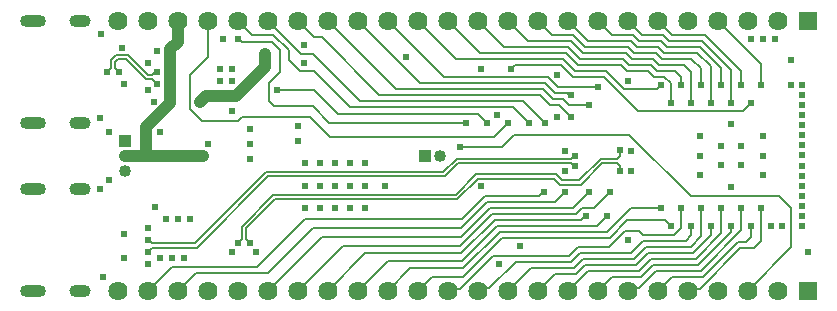
<source format=gbl>
G04*
G04 #@! TF.GenerationSoftware,Altium Limited,Altium Designer,24.1.2 (44)*
G04*
G04 Layer_Physical_Order=4*
G04 Layer_Color=16711680*
%FSLAX25Y25*%
%MOIN*%
G70*
G04*
G04 #@! TF.SameCoordinates,315B69A6-1E16-4325-8669-EC2AC127E6FB*
G04*
G04*
G04 #@! TF.FilePolarity,Positive*
G04*
G01*
G75*
%ADD11C,0.00600*%
G04:AMPARAMS|DCode=53|XSize=39.37mil|YSize=70.87mil|CornerRadius=19.68mil|HoleSize=0mil|Usage=FLASHONLY|Rotation=270.000|XOffset=0mil|YOffset=0mil|HoleType=Round|Shape=RoundedRectangle|*
%AMROUNDEDRECTD53*
21,1,0.03937,0.03150,0,0,270.0*
21,1,0.00000,0.07087,0,0,270.0*
1,1,0.03937,-0.01575,0.00000*
1,1,0.03937,-0.01575,0.00000*
1,1,0.03937,0.01575,0.00000*
1,1,0.03937,0.01575,0.00000*
%
%ADD53ROUNDEDRECTD53*%
G04:AMPARAMS|DCode=54|XSize=39.37mil|YSize=86.61mil|CornerRadius=19.68mil|HoleSize=0mil|Usage=FLASHONLY|Rotation=270.000|XOffset=0mil|YOffset=0mil|HoleType=Round|Shape=RoundedRectangle|*
%AMROUNDEDRECTD54*
21,1,0.03937,0.04724,0,0,270.0*
21,1,0.00000,0.08661,0,0,270.0*
1,1,0.03937,-0.02362,0.00000*
1,1,0.03937,-0.02362,0.00000*
1,1,0.03937,0.02362,0.00000*
1,1,0.03937,0.02362,0.00000*
%
%ADD54ROUNDEDRECTD54*%
%ADD63C,0.00603*%
%ADD64R,0.04000X0.04000*%
%ADD65C,0.04000*%
%ADD66R,0.06400X0.06400*%
%ADD67C,0.06400*%
%ADD68R,0.04000X0.04000*%
%ADD69C,0.02400*%
%ADD70C,0.04000*%
D11*
X100000Y66500D02*
X105500Y61000D01*
X85300Y68200D02*
X87000Y66500D01*
X100000D01*
X105500Y61000D02*
X151000D01*
X149554Y26000D02*
X158254Y34700D01*
X100000Y26000D02*
X149554D01*
X85000Y11000D02*
X100000Y26000D01*
X81500Y13000D02*
X97500Y29000D01*
X149726D02*
X157426Y36700D01*
X97500Y29000D02*
X149726D01*
X150196Y12500D02*
X162396Y24700D01*
X132500Y12500D02*
X150196D01*
X125000Y5000D02*
X132500Y12500D01*
X149868Y15000D02*
X161568Y26700D01*
X125000Y15000D02*
X149868D01*
X115000Y5000D02*
X125000Y15000D01*
X117500Y17500D02*
X149539D01*
X160740Y28700D01*
X105000Y5000D02*
X117500Y17500D01*
X149211Y20000D02*
X159911Y30700D01*
X110000Y20000D02*
X149211D01*
X95000Y5000D02*
X110000Y20000D01*
X103000Y23000D02*
X149383D01*
X85000Y5000D02*
X103000Y23000D01*
X149383D02*
X159083Y32700D01*
X61000Y11000D02*
X85000D01*
X53000Y13000D02*
X81500D01*
X170200Y68300D02*
X177500Y61000D01*
X115700Y68300D02*
X170200D01*
X108500Y64000D02*
X155000D01*
X158000Y61000D01*
X100500Y72000D02*
X108500Y64000D01*
X88000Y72000D02*
X100500D01*
X76500Y63000D02*
X99000D01*
X105700Y56300D02*
X160300D01*
X99000Y63000D02*
X105700Y56300D01*
X85300Y68200D02*
Y74300D01*
X75000Y61500D02*
X76500Y63000D01*
X63000Y61500D02*
X75000D01*
Y89000D02*
X75207D01*
X76286Y87922D01*
X86422D01*
X59000Y65500D02*
Y77000D01*
Y65500D02*
X63000Y61500D01*
X59000Y77000D02*
X65000Y83000D01*
X85300Y74300D02*
X89000Y78000D01*
Y85343D01*
X86422Y87922D02*
X89000Y85343D01*
X92000Y82000D02*
X95700Y78300D01*
X92000Y82000D02*
Y85172D01*
X86872Y90300D02*
X92000Y85172D01*
X75000Y95000D02*
X79700Y90300D01*
X86872D01*
X95700Y78300D02*
X100500D01*
X65000Y83000D02*
Y95000D01*
X100500Y89500D02*
X103000D01*
X122200Y70300D02*
X175896D01*
X103000Y89500D02*
X122200Y70300D01*
X95000Y95000D02*
X100500Y89500D01*
X96000Y84000D02*
X100000D01*
X115700Y68300D01*
X85000Y95000D02*
X96000Y84000D01*
X112500Y66300D02*
X166700D01*
X100500Y78300D02*
X112500Y66300D01*
X226000Y36500D02*
X255500D01*
X205500Y57000D02*
X226000Y36500D01*
X167000Y57000D02*
X205500D01*
X149000Y53000D02*
X163000D01*
X167000Y57000D01*
X255500Y36500D02*
X259500Y32500D01*
Y19500D02*
Y32500D01*
X245000Y5000D02*
X259500Y19500D01*
X160300Y56300D02*
X165000Y61000D01*
X166700Y66300D02*
X172000Y61000D01*
X175896Y70300D02*
X179196Y67000D01*
X182000D01*
X186000Y63000D01*
X105000Y95000D02*
X127700Y72300D01*
X176725D01*
X180025Y69000D01*
X183339D01*
X185339Y67000D01*
X192000D01*
X115000Y95000D02*
X135700Y74300D01*
X177553D01*
X180853Y71000D01*
X184779D01*
X185700Y70079D02*
X186079D01*
X184779Y71000D02*
X185700Y70079D01*
X125000Y95000D02*
X143700Y76300D01*
X178382D01*
X181682Y73000D01*
X195000D01*
X197053Y76300D02*
X208553Y64800D01*
X167300Y80300D02*
X182729D01*
X208553Y64800D02*
X243493D01*
X182729Y80300D02*
X186730Y76300D01*
X197053D01*
X197882Y78300D02*
X203882Y72300D01*
X187558Y78300D02*
X197882D01*
X183558Y82300D02*
X187558Y78300D01*
X203882Y72300D02*
X214750D01*
X184386Y84300D02*
X188386Y80300D01*
X204730Y78300D02*
X211901D01*
X188386Y80300D02*
X202730D01*
X204730Y78300D01*
X205558Y80300D02*
X212730D01*
X185257Y86257D02*
X189215Y82300D01*
X203558D01*
X205558Y80300D01*
X186043Y88300D02*
X190043Y84300D01*
X206386Y82300D02*
X213558D01*
X190043Y84300D02*
X204386D01*
X206386Y82300D01*
X186872Y90300D02*
X190872Y86300D01*
X207215Y84300D02*
X214386D01*
X190872Y86300D02*
X205215D01*
X207215Y84300D01*
X185000Y95000D02*
X191700Y88300D01*
X206043D01*
X208043Y86300D02*
X215215D01*
X206043Y88300D02*
X208043Y86300D01*
X206872Y90300D02*
X208872Y88300D01*
X216043D01*
X199700Y90300D02*
X206872D01*
X195000Y95000D02*
X199700Y90300D01*
X166000Y79000D02*
X167300Y80300D01*
X243493Y64800D02*
X246193Y67500D01*
X214750Y72300D02*
X215950Y73500D01*
X216035D01*
X147700Y82300D02*
X183558D01*
X135000Y95000D02*
X147700Y82300D01*
X45000Y5000D02*
X53000Y13000D01*
X175321Y36700D02*
X176621Y38000D01*
X177000D01*
X157426Y36700D02*
X175321D01*
X55000Y5000D02*
X61000Y11000D01*
X158254Y34700D02*
X180700D01*
X184000Y38000D01*
X159083Y32700D02*
X186872D01*
X192000Y37828D01*
Y38000D01*
X159911Y30700D02*
X187700D01*
X189700Y32700D02*
X193700D01*
X187700Y30700D02*
X189700Y32700D01*
X193700D02*
X199000Y38000D01*
X160740Y28700D02*
X189321D01*
X190621Y30000D02*
X191000D01*
X189321Y28700D02*
X190621Y30000D01*
X161568Y26700D02*
X194700D01*
X198000Y30000D01*
X217568Y28400D02*
X219468Y26500D01*
X204753Y28400D02*
X217568D01*
X199053Y22700D02*
X204753Y28400D01*
X162396Y24700D02*
X198225D01*
X206025Y32500D01*
X216083D01*
X163225Y22700D02*
X199053D01*
X135000Y5000D02*
X139700Y9700D01*
X150225D01*
X163225Y22700D01*
X180700Y10700D02*
X187872D01*
X190872Y13700D01*
X175000Y5000D02*
X180700Y10700D01*
X165000Y5000D02*
X172700Y12700D01*
X187043D02*
X190043Y15700D01*
X172700Y12700D02*
X187043D01*
X186215Y14700D02*
X189215Y17700D01*
X167700Y14700D02*
X186215D01*
X158823Y5823D02*
X167700Y14700D01*
X185386Y16700D02*
X188386Y19700D01*
X160053Y16700D02*
X185386D01*
X145647Y5647D02*
X149000D01*
X145000Y5000D02*
X145647Y5647D01*
X149000D02*
X160053Y16700D01*
X188386Y19700D02*
X198882D01*
X204082Y24900D01*
X208900D01*
X210100Y23700D01*
X220487D01*
X222776Y25989D02*
Y32500D01*
X220487Y23700D02*
X222776Y25989D01*
X155823Y5823D02*
X158823D01*
X155000Y5000D02*
X155823Y5823D01*
X189215Y17700D02*
X206158D01*
X210158Y21700D02*
X224300D01*
X206158Y17700D02*
X210158Y21700D01*
X226161Y23561D02*
Y26500D01*
X224300Y21700D02*
X226161Y23561D01*
X190043Y15700D02*
X206986D01*
X210986Y19700D01*
X226083D01*
X190872Y13700D02*
X207815D01*
X211815Y17700D01*
X226911D01*
X191700Y11700D02*
X208643D01*
X212643Y15700D01*
X227740D01*
X199700Y9700D02*
X209472D01*
X213472Y13700D01*
X228568D01*
X214300Y11700D02*
X229396D01*
X208623Y6023D02*
X214300Y11700D01*
X205000Y5000D02*
X206023Y6023D01*
X208623D01*
X226083Y19700D02*
X229468Y23086D01*
Y32500D01*
X226911Y17700D02*
X232854Y23643D01*
Y26500D01*
X185000Y5000D02*
X191700Y11700D01*
X236161Y24122D02*
Y32500D01*
X227740Y15700D02*
X236161Y24122D01*
X195000Y5000D02*
X199700Y9700D01*
X239279Y26232D02*
X239547Y26500D01*
X239279Y24411D02*
Y26232D01*
X228568Y13700D02*
X239279Y24411D01*
X242854Y25158D02*
Y32500D01*
X229396Y11700D02*
X242854Y25158D01*
X215000Y5000D02*
X219700Y9700D01*
X230225D01*
X241625Y21100D02*
X244500D01*
X230225Y9700D02*
X241625Y21100D01*
X244500D02*
X246240Y22840D01*
Y26500D01*
X225647Y5647D02*
X229000D01*
X225000Y5000D02*
X225647Y5647D01*
X229000D02*
X242453Y19100D01*
X247000D01*
X249547Y21647D02*
Y32500D01*
X247000Y19100D02*
X249547Y21647D01*
X213901Y76300D02*
X217200D01*
X219421Y67500D02*
Y74079D01*
X217200Y76300D02*
X219421Y74079D01*
X222728Y73500D02*
Y76272D01*
X214729Y78300D02*
X220700D01*
X222728Y76272D01*
X229421Y73500D02*
Y79079D01*
X226200Y82300D02*
X229421Y79079D01*
X216386Y82300D02*
X226200D01*
X215558Y80300D02*
X223700D01*
X226114Y77886D01*
Y67500D02*
Y77886D01*
X145000Y95000D02*
X155700Y84300D01*
X184386D01*
X211901Y78300D02*
X213901Y76300D01*
X155000Y95000D02*
X163700Y86300D01*
X185215D01*
X212730Y80300D02*
X214729Y78300D01*
X165000Y95000D02*
X171700Y88300D01*
X186043D01*
X213558Y82300D02*
X215558Y80300D01*
X175000Y95000D02*
X179700Y90300D01*
X186872D01*
X214386Y84300D02*
X216386Y82300D01*
X215215Y86300D02*
X217215Y84300D01*
X228215D02*
X232807Y79708D01*
X217215Y84300D02*
X228215D01*
X232807Y67500D02*
Y79708D01*
X218043Y86300D02*
X229043D01*
X216043Y88300D02*
X218043Y86300D01*
X229043D02*
X236114Y79229D01*
Y73500D02*
Y79229D01*
X209700Y90300D02*
X216872D01*
X205000Y95000D02*
X209700Y90300D01*
X216872D02*
X218872Y88300D01*
X229872D01*
X239500Y78672D01*
Y67500D02*
Y78672D01*
X230700Y90300D02*
X242807Y78193D01*
X219700Y90300D02*
X230700D01*
X235000Y95000D02*
X249500Y80500D01*
X242807Y73500D02*
Y78193D01*
X215000Y95000D02*
X219700Y90300D01*
X249500Y73500D02*
Y80500D01*
D53*
X22500Y60984D02*
D03*
Y95000D02*
D03*
Y39016D02*
D03*
Y5000D02*
D03*
D54*
X6752Y60984D02*
D03*
Y95000D02*
D03*
Y39016D02*
D03*
Y5000D02*
D03*
D63*
X35097Y82097D02*
X37919D01*
X38500Y83500D02*
X45097Y76903D01*
X34201Y81201D02*
X35097Y82097D01*
X37919D02*
X44516Y75500D01*
X34516Y83500D02*
X38500D01*
X32798Y81783D02*
X34516Y83500D01*
X32798Y79299D02*
Y81783D01*
X34201Y79299D02*
Y81201D01*
X45097Y76903D02*
X46417D01*
X44516Y75500D02*
X46500D01*
X46417Y76903D02*
X47514Y78000D01*
X48000D01*
X46500Y75500D02*
X48000Y74000D01*
X31500Y78000D02*
X32798Y79299D01*
X34201D02*
X35500Y78000D01*
X45000Y22000D02*
X46299Y20701D01*
X60717D01*
X45000Y18000D02*
X46299Y19298D01*
X61299D01*
X60717Y20701D02*
X84516Y44500D01*
X61299Y19298D02*
X85097Y43097D01*
X144097D01*
X84516Y44500D02*
X143516D01*
X148017Y49002D01*
X144097Y43097D02*
X148599Y47598D01*
X186248D01*
X148017Y49002D02*
X186248D01*
X187247Y46600D02*
X187500D01*
X186248Y47598D02*
X187247Y46600D01*
Y50000D02*
X187500D01*
X186248Y49002D02*
X187247Y50000D01*
X196598Y47598D02*
X201401D01*
X202465Y44835D02*
X202500Y44800D01*
X202465Y44835D02*
Y46535D01*
X201401Y47598D02*
X202465Y46535D01*
X202500Y50000D02*
Y51800D01*
X201501Y49002D02*
X202500Y50000D01*
X196017Y49002D02*
X201501D01*
X76298Y26283D02*
X86919Y36903D01*
X77701Y25701D02*
X87500Y35500D01*
X77701Y22178D02*
Y25701D01*
X76298Y22178D02*
Y26283D01*
X86919Y36903D02*
X147664D01*
X75000Y21000D02*
X75120D01*
X77701Y22178D02*
X78880Y21000D01*
X79000D01*
X75120D02*
X76298Y22178D01*
X87500Y35500D02*
X148245D01*
X147664Y36903D02*
X154466Y43705D01*
X148245Y35500D02*
X155047Y42301D01*
X180466D01*
X154466Y43705D02*
X181047D01*
X183047Y41704D01*
X180466Y42301D02*
X182466Y40301D01*
X189302D01*
X183047Y41704D02*
X188720D01*
X189302Y40301D02*
X196598Y47598D01*
X188720Y41704D02*
X196017Y49002D01*
D64*
X137500Y50000D02*
D03*
D65*
X142500D02*
D03*
X37500Y45000D02*
D03*
Y50000D02*
D03*
D66*
X265000Y5000D02*
D03*
Y95000D02*
D03*
D67*
X255000Y5000D02*
D03*
X245000D02*
D03*
X235000D02*
D03*
X225000D02*
D03*
X215000D02*
D03*
X205000D02*
D03*
X195000D02*
D03*
X185000D02*
D03*
X175000D02*
D03*
X165000D02*
D03*
X155000D02*
D03*
X145000D02*
D03*
X135000D02*
D03*
X125000D02*
D03*
X115000D02*
D03*
X105000D02*
D03*
X95000D02*
D03*
X85000D02*
D03*
X75000D02*
D03*
X65000D02*
D03*
X55000D02*
D03*
X45000D02*
D03*
X35000D02*
D03*
X255000Y95000D02*
D03*
X245000D02*
D03*
X235000D02*
D03*
X225000D02*
D03*
X215000D02*
D03*
X205000D02*
D03*
X195000D02*
D03*
X185000D02*
D03*
X175000D02*
D03*
X165000D02*
D03*
X155000D02*
D03*
X145000D02*
D03*
X135000D02*
D03*
X125000D02*
D03*
X115000D02*
D03*
X105000D02*
D03*
X95000D02*
D03*
X85000D02*
D03*
X75000D02*
D03*
X65000D02*
D03*
X55000D02*
D03*
X45000D02*
D03*
X35000D02*
D03*
D68*
X37500Y55000D02*
D03*
D69*
X177500Y61000D02*
D03*
X181500Y63000D02*
D03*
X75000Y89000D02*
D03*
X84000Y84000D02*
D03*
X62500Y68000D02*
D03*
X49000Y58000D02*
D03*
X63500Y50000D02*
D03*
X29500Y90500D02*
D03*
X32000Y58000D02*
D03*
X29000Y62500D02*
D03*
X45000Y72018D02*
D03*
Y81000D02*
D03*
X36500Y86000D02*
D03*
X37000Y74000D02*
D03*
X31500Y78000D02*
D03*
X35500D02*
D03*
X48000Y74000D02*
D03*
Y78000D02*
D03*
X184000Y51500D02*
D03*
Y45000D02*
D03*
X45000Y22000D02*
D03*
Y18000D02*
D03*
X187500Y46600D02*
D03*
Y50000D02*
D03*
X206000Y45000D02*
D03*
Y51500D02*
D03*
X81000Y18000D02*
D03*
X73000D02*
D03*
X79000Y21000D02*
D03*
X75000D02*
D03*
X202500Y44800D02*
D03*
Y51800D02*
D03*
X32000Y42000D02*
D03*
X29000Y39000D02*
D03*
X47500Y33000D02*
D03*
X45000Y26000D02*
D03*
Y14018D02*
D03*
X37000Y24000D02*
D03*
Y16000D02*
D03*
X30000Y9500D02*
D03*
X49000Y16000D02*
D03*
X53000D02*
D03*
X57000D02*
D03*
X51000Y29000D02*
D03*
X55000D02*
D03*
X59000D02*
D03*
X97500Y47500D02*
D03*
X102500D02*
D03*
X107500D02*
D03*
X112500D02*
D03*
X117500D02*
D03*
X97500Y40000D02*
D03*
X102500D02*
D03*
X107500D02*
D03*
X112500D02*
D03*
X117500D02*
D03*
Y32500D02*
D03*
X112500D02*
D03*
X107500D02*
D03*
X102500D02*
D03*
X97500D02*
D03*
X124000Y40000D02*
D03*
X149000Y53000D02*
D03*
X165000Y61000D02*
D03*
X69000Y75000D02*
D03*
X73000D02*
D03*
Y79000D02*
D03*
X69000D02*
D03*
X70000Y89000D02*
D03*
X48000Y85000D02*
D03*
X47000Y68000D02*
D03*
X65000Y54000D02*
D03*
X79000Y49000D02*
D03*
Y54000D02*
D03*
Y59000D02*
D03*
X73000Y65000D02*
D03*
X95000Y55000D02*
D03*
Y60000D02*
D03*
X158000Y61000D02*
D03*
X151000D02*
D03*
X88000Y72000D02*
D03*
X97000Y87000D02*
D03*
Y81000D02*
D03*
X131000Y83000D02*
D03*
X156000Y79000D02*
D03*
X161500Y63500D02*
D03*
X172000Y61000D02*
D03*
X186000Y63000D02*
D03*
X192000Y67000D02*
D03*
X186079Y70079D02*
D03*
X195000Y73000D02*
D03*
X166000Y79000D02*
D03*
X177000Y38000D02*
D03*
X184000D02*
D03*
X192000D02*
D03*
X199000D02*
D03*
X191000Y30000D02*
D03*
X198000D02*
D03*
X156000Y40000D02*
D03*
X162000Y14000D02*
D03*
X169000Y20000D02*
D03*
X205000Y22000D02*
D03*
X265000Y18000D02*
D03*
X254000Y89000D02*
D03*
X250000D02*
D03*
X246000D02*
D03*
X259500Y82000D02*
D03*
X242800Y46800D02*
D03*
X236200D02*
D03*
X242800Y53200D02*
D03*
X236200D02*
D03*
X250008Y56492D02*
D03*
Y49996D02*
D03*
Y43500D02*
D03*
X239508Y60504D02*
D03*
X239500Y39496D02*
D03*
X229000Y43508D02*
D03*
Y50004D02*
D03*
Y56500D02*
D03*
X259539Y73500D02*
D03*
X263004Y73469D02*
D03*
Y70122D02*
D03*
Y66776D02*
D03*
Y63429D02*
D03*
Y60083D02*
D03*
Y56736D02*
D03*
Y53390D02*
D03*
Y50043D02*
D03*
Y46697D02*
D03*
Y43350D02*
D03*
Y40004D02*
D03*
Y36658D02*
D03*
Y33311D02*
D03*
Y29965D02*
D03*
Y26618D02*
D03*
X181500Y77000D02*
D03*
X205000Y75000D02*
D03*
X246193Y67500D02*
D03*
X256279Y26500D02*
D03*
X252933D02*
D03*
X216035Y73500D02*
D03*
X216083Y32500D02*
D03*
X246240Y26500D02*
D03*
X249547Y32500D02*
D03*
X239547Y26500D02*
D03*
X242854Y32500D02*
D03*
X232854Y26500D02*
D03*
X236161Y32500D02*
D03*
X226161Y26500D02*
D03*
X229468Y32500D02*
D03*
X219468Y26500D02*
D03*
X222776Y32500D02*
D03*
X222728Y73500D02*
D03*
X219421Y67500D02*
D03*
X229421Y73500D02*
D03*
X226114Y67500D02*
D03*
X236114Y73500D02*
D03*
X232807Y67500D02*
D03*
X239500D02*
D03*
X242807Y73500D02*
D03*
X249500D02*
D03*
D70*
X84000Y79500D02*
Y84000D01*
X74500Y70000D02*
X84000Y79500D01*
X62500Y68000D02*
X64500Y70000D01*
X74500D01*
X55000Y88000D02*
Y95000D01*
X52500Y85500D02*
X55000Y88000D01*
X52500Y67560D02*
Y85500D01*
X44500Y59560D02*
X52500Y67560D01*
X44500Y50000D02*
Y59560D01*
Y50000D02*
X63500D01*
X37500D02*
X44500D01*
M02*

</source>
